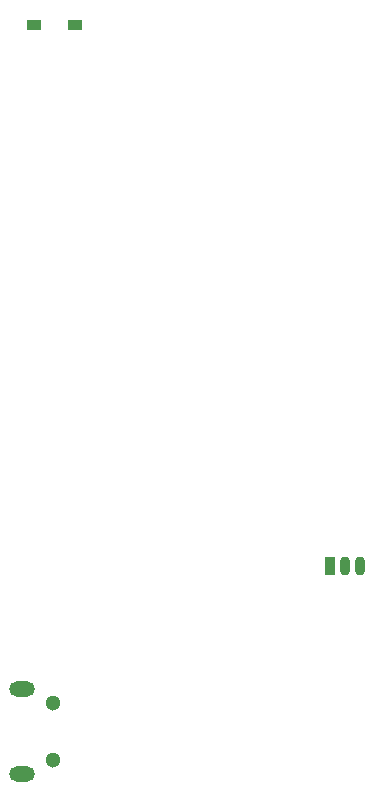
<source format=gbr>
%TF.GenerationSoftware,KiCad,Pcbnew,(6.0.2-0)*%
%TF.CreationDate,2022-03-20T10:30:06+02:00*%
%TF.ProjectId,main,6d61696e-2e6b-4696-9361-645f70636258,rev?*%
%TF.SameCoordinates,Original*%
%TF.FileFunction,Paste,Top*%
%TF.FilePolarity,Positive*%
%FSLAX46Y46*%
G04 Gerber Fmt 4.6, Leading zero omitted, Abs format (unit mm)*
G04 Created by KiCad (PCBNEW (6.0.2-0)) date 2022-03-20 10:30:06*
%MOMM*%
%LPD*%
G01*
G04 APERTURE LIST*
%ADD10R,1.200000X0.950000*%
%ADD11C,1.300000*%
%ADD12O,2.200000X1.300000*%
%ADD13R,0.900000X1.600000*%
%ADD14O,0.900000X1.600000*%
G04 APERTURE END LIST*
D10*
%TO.C,D3*%
X95100000Y-37490400D03*
X98500000Y-37490400D03*
%TD*%
D11*
%TO.C,U4*%
X96705000Y-94933200D03*
D12*
X94035000Y-93758200D03*
X94035000Y-100958200D03*
D11*
X96705000Y-99783200D03*
%TD*%
D13*
%TO.C,U1*%
X120142000Y-83341690D03*
D14*
X121412000Y-83341690D03*
X122682000Y-83341690D03*
%TD*%
M02*

</source>
